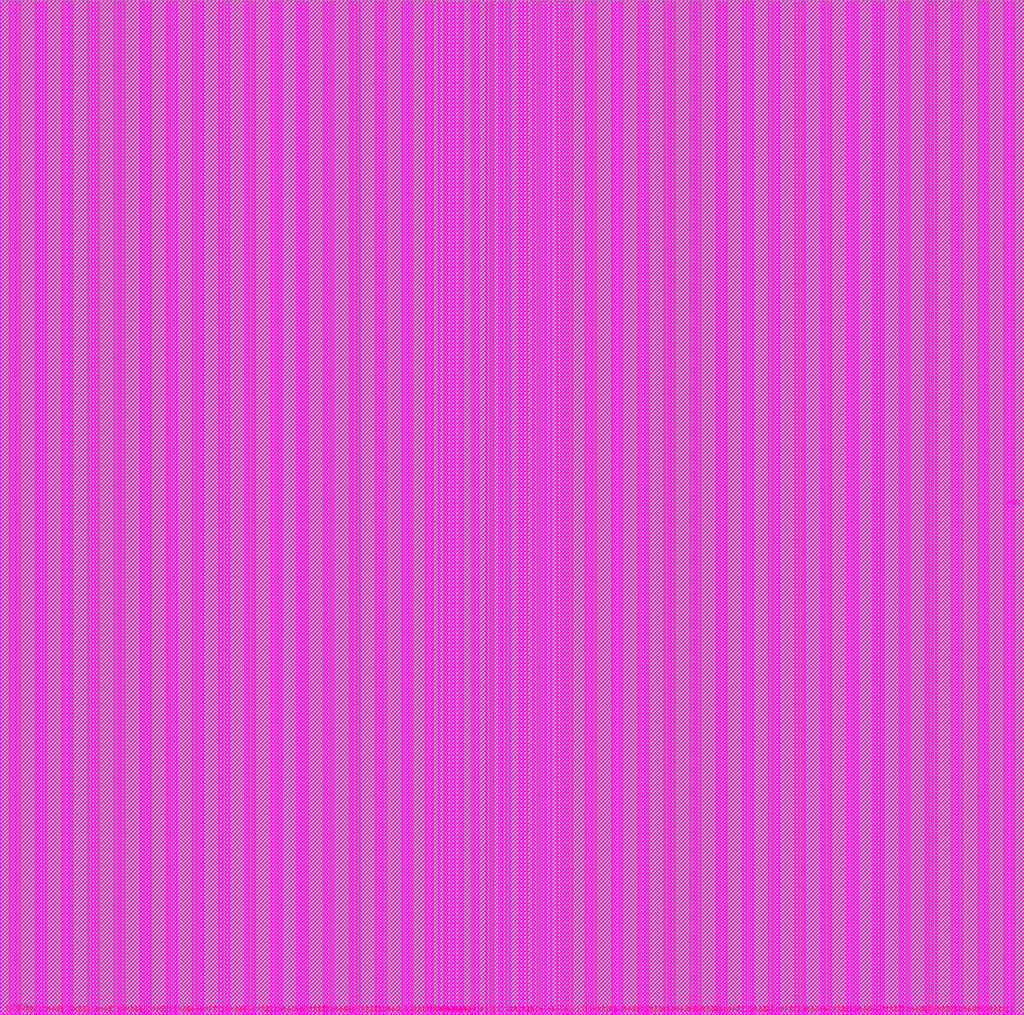
<source format=lef>
VERSION 5.6 ;
BUSBITCHARS "[]" ;
DIVIDERCHAR "/" ;
#
#   MOL INFORMATION (TECH)
#       SCHEMA : 02/05/08 (V=107)
#       CARD   : 07/07/20 (V=1)
#
#
#   MOL INFORMATION (PC)
#       SCHEMA : 02/05/08 (V=107)
#       CARD   : 19/11/25 (V=1)
#
#MACRO SECTION
  MACRO RAM16384X32
    CLASS BLOCK ;
    FOREIGN RAM16384X32  0.000 0.000 ;
    SIZE 560.730 BY 555.920 ;
    SYMMETRY R90 X Y ;
    PIN FO[5]
      DIRECTION INPUT ;
      USE SIGNAL ;
      ANTENNADIFFAREA 0.048 ;
      PORT
          LAYER MET3 ;
          RECT 246.600 0.000 246.700 0.380 ;
          LAYER MET2 ;
          RECT 246.600 0.000 246.700 0.380 ;
      END
    END FO[5]
    PIN FO[4]
      DIRECTION INPUT ;
      USE SIGNAL ;
      ANTENNADIFFAREA 0.048 ;
      PORT
          LAYER MET3 ;
          RECT 246.200 0.000 246.300 0.380 ;
          LAYER MET2 ;
          RECT 246.200 0.000 246.300 0.380 ;
      END
    END FO[4]
    PIN FO[3]
      DIRECTION INPUT ;
      USE SIGNAL ;
      ANTENNADIFFAREA 0.048 ;
      PORT
          LAYER MET3 ;
          RECT 242.040 0.000 242.140 0.380 ;
          LAYER MET2 ;
          RECT 242.040 0.000 242.140 0.380 ;
      END
    END FO[3]
    PIN FO[2]
      DIRECTION INPUT ;
      USE SIGNAL ;
      ANTENNADIFFAREA 0.048 ;
      PORT
          LAYER MET3 ;
          RECT 241.640 0.000 241.740 0.380 ;
          LAYER MET2 ;
          RECT 241.640 0.000 241.740 0.380 ;
      END
    END FO[2]
    PIN FO[1]
      DIRECTION INPUT ;
      USE SIGNAL ;
      ANTENNADIFFAREA 0.048 ;
      PORT
          LAYER MET3 ;
          RECT 237.480 0.000 237.580 0.380 ;
          LAYER MET2 ;
          RECT 237.480 0.000 237.580 0.380 ;
      END
    END FO[1]
    PIN FO[0]
      DIRECTION INPUT ;
      USE SIGNAL ;
      ANTENNADIFFAREA 0.048 ;
      PORT
          LAYER MET3 ;
          RECT 237.080 0.000 237.180 0.380 ;
          LAYER MET2 ;
          RECT 237.080 0.000 237.180 0.380 ;
      END
    END FO[0]
    PIN IA[13]
      DIRECTION INPUT ;
      USE SIGNAL ;
      ANTENNADIFFAREA 0.048 ;
      PORT
          LAYER MET3 ;
          RECT 278.520 0.000 278.620 0.380 ;
          LAYER MET2 ;
          RECT 278.520 0.000 278.620 0.380 ;
      END
    END IA[13]
    PIN IA[12]
      DIRECTION INPUT ;
      USE SIGNAL ;
      ANTENNADIFFAREA 0.048 ;
      PORT
          LAYER MET3 ;
          RECT 237.880 0.000 237.980 0.380 ;
          LAYER MET2 ;
          RECT 237.880 0.000 237.980 0.380 ;
      END
    END IA[12]
    PIN IA[11]
      DIRECTION INPUT ;
      USE SIGNAL ;
      ANTENNADIFFAREA 0.048 ;
      PORT
          LAYER MET3 ;
          RECT 242.440 0.000 242.540 0.380 ;
          LAYER MET2 ;
          RECT 242.440 0.000 242.540 0.380 ;
      END
    END IA[11]
    PIN IA[10]
      DIRECTION INPUT ;
      USE SIGNAL ;
      ANTENNADIFFAREA 0.048 ;
      PORT
          LAYER MET3 ;
          RECT 247.000 0.000 247.100 0.380 ;
          LAYER MET2 ;
          RECT 247.000 0.000 247.100 0.380 ;
      END
    END IA[10]
    PIN IA[9]
      DIRECTION INPUT ;
      USE SIGNAL ;
      ANTENNADIFFAREA 0.048 ;
      PORT
          LAYER MET3 ;
          RECT 251.560 0.000 251.660 0.380 ;
          LAYER MET2 ;
          RECT 251.560 0.000 251.660 0.380 ;
      END
    END IA[9]
    PIN IA[8]
      DIRECTION INPUT ;
      USE SIGNAL ;
      ANTENNADIFFAREA 0.048 ;
      PORT
          LAYER MET3 ;
          RECT 256.120 0.000 256.220 0.380 ;
          LAYER MET2 ;
          RECT 256.120 0.000 256.220 0.380 ;
      END
    END IA[8]
    PIN IA[7]
      DIRECTION INPUT ;
      USE SIGNAL ;
      ANTENNADIFFAREA 0.048 ;
      PORT
          LAYER MET3 ;
          RECT 260.680 0.000 260.780 0.380 ;
          LAYER MET2 ;
          RECT 260.680 0.000 260.780 0.380 ;
      END
    END IA[7]
    PIN IA[6]
      DIRECTION INPUT ;
      USE SIGNAL ;
      ANTENNADIFFAREA 0.048 ;
      PORT
          LAYER MET3 ;
          RECT 278.920 0.000 279.020 0.380 ;
          LAYER MET2 ;
          RECT 278.920 0.000 279.020 0.380 ;
      END
    END IA[6]
    PIN IA[5]
      DIRECTION INPUT ;
      USE SIGNAL ;
      ANTENNADIFFAREA 0.048 ;
      PORT
          LAYER MET3 ;
          RECT 283.480 0.000 283.580 0.380 ;
          LAYER MET2 ;
          RECT 283.480 0.000 283.580 0.380 ;
      END
    END IA[5]
    PIN IA[4]
      DIRECTION INPUT ;
      USE SIGNAL ;
      ANTENNADIFFAREA 0.048 ;
      PORT
          LAYER MET3 ;
          RECT 288.040 0.000 288.140 0.380 ;
          LAYER MET2 ;
          RECT 288.040 0.000 288.140 0.380 ;
      END
    END IA[4]
    PIN IA[3]
      DIRECTION INPUT ;
      USE SIGNAL ;
      ANTENNADIFFAREA 0.048 ;
      PORT
          LAYER MET3 ;
          RECT 292.600 0.000 292.700 0.380 ;
          LAYER MET2 ;
          RECT 292.600 0.000 292.700 0.380 ;
      END
    END IA[3]
    PIN IA[2]
      DIRECTION INPUT ;
      USE SIGNAL ;
      ANTENNADIFFAREA 0.048 ;
      PORT
          LAYER MET3 ;
          RECT 297.160 0.000 297.260 0.380 ;
          LAYER MET2 ;
          RECT 297.160 0.000 297.260 0.380 ;
      END
    END IA[2]
    PIN IA[1]
      DIRECTION INPUT ;
      USE SIGNAL ;
      ANTENNADIFFAREA 0.048 ;
      PORT
          LAYER MET3 ;
          RECT 301.720 0.000 301.820 0.380 ;
          LAYER MET2 ;
          RECT 301.720 0.000 301.820 0.380 ;
      END
    END IA[1]
    PIN IA[0]
      DIRECTION INPUT ;
      USE SIGNAL ;
      ANTENNADIFFAREA 0.048 ;
      PORT
          LAYER MET3 ;
          RECT 306.280 0.000 306.380 0.380 ;
          LAYER MET2 ;
          RECT 306.280 0.000 306.380 0.380 ;
      END
    END IA[0]
    PIN SLP
      DIRECTION INPUT ;
      USE SIGNAL ;
      ANTENNADIFFAREA 0.048 ;
      PORT
          LAYER MET3 ;
          RECT 276.510 0.000 276.610 0.380 ;
          LAYER MET2 ;
          RECT 276.510 0.000 276.610 0.380 ;
      END
    END SLP
    PIN WE
      DIRECTION INPUT ;
      USE SIGNAL ;
      ANTENNADIFFAREA 0.048 ;
      PORT
          LAYER MET3 ;
          RECT 265.240 0.000 265.340 0.380 ;
          LAYER MET2 ;
          RECT 265.240 0.000 265.340 0.380 ;
      END
    END WE
    PIN CE
      DIRECTION INPUT ;
      USE SIGNAL ;
      ANTENNADIFFAREA 0.048 ;
      PORT
          LAYER MET3 ;
          RECT 269.800 0.000 269.900 0.380 ;
          LAYER MET2 ;
          RECT 269.800 0.000 269.900 0.380 ;
      END
    END CE
    PIN CK
      DIRECTION INPUT ;
      USE SIGNAL ;
      ANTENNADIFFAREA 0.048 ;
      PORT
          LAYER MET3 ;
          RECT 274.055 0.000 274.155 0.380 ;
          LAYER MET2 ;
          RECT 274.055 0.000 274.155 0.380 ;
      END
    END CK
    PIN A[31]
      DIRECTION OUTPUT ;
      USE SIGNAL ;
      ANTENNADIFFAREA 0.048 ;
      PORT
          LAYER MET3 ;
          RECT 544.025 0.000 544.125 0.380 ;
          LAYER MET2 ;
          RECT 544.025 0.000 544.125 0.380 ;
      END
    END A[31]
    PIN DM[31]
      DIRECTION INPUT ;
      USE SIGNAL ;
      ANTENNADIFFAREA 0.048 ;
      PORT
          LAYER MET3 ;
          RECT 539.265 0.000 539.365 0.380 ;
          LAYER MET2 ;
          RECT 539.265 0.000 539.365 0.380 ;
      END
    END DM[31]
    PIN I[31]
      DIRECTION INPUT ;
      USE SIGNAL ;
      ANTENNADIFFAREA 0.048 ;
      PORT
          LAYER MET3 ;
          RECT 532.545 0.000 532.645 0.380 ;
          LAYER MET2 ;
          RECT 532.545 0.000 532.645 0.380 ;
      END
    END I[31]
    PIN A[30]
      DIRECTION OUTPUT ;
      USE SIGNAL ;
      ANTENNADIFFAREA 0.048 ;
      PORT
          LAYER MET3 ;
          RECT 529.705 0.000 529.805 0.380 ;
          LAYER MET2 ;
          RECT 529.705 0.000 529.805 0.380 ;
      END
    END A[30]
    PIN DM[30]
      DIRECTION INPUT ;
      USE SIGNAL ;
      ANTENNADIFFAREA 0.048 ;
      PORT
          LAYER MET3 ;
          RECT 524.945 0.000 525.045 0.380 ;
          LAYER MET2 ;
          RECT 524.945 0.000 525.045 0.380 ;
      END
    END DM[30]
    PIN I[30]
      DIRECTION INPUT ;
      USE SIGNAL ;
      ANTENNADIFFAREA 0.048 ;
      PORT
          LAYER MET3 ;
          RECT 518.225 0.000 518.325 0.380 ;
          LAYER MET2 ;
          RECT 518.225 0.000 518.325 0.380 ;
      END
    END I[30]
    PIN A[29]
      DIRECTION OUTPUT ;
      USE SIGNAL ;
      ANTENNADIFFAREA 0.048 ;
      PORT
          LAYER MET3 ;
          RECT 515.385 0.000 515.485 0.380 ;
          LAYER MET2 ;
          RECT 515.385 0.000 515.485 0.380 ;
      END
    END A[29]
    PIN DM[29]
      DIRECTION INPUT ;
      USE SIGNAL ;
      ANTENNADIFFAREA 0.048 ;
      PORT
          LAYER MET3 ;
          RECT 510.625 0.000 510.725 0.380 ;
          LAYER MET2 ;
          RECT 510.625 0.000 510.725 0.380 ;
      END
    END DM[29]
    PIN I[29]
      DIRECTION INPUT ;
      USE SIGNAL ;
      ANTENNADIFFAREA 0.048 ;
      PORT
          LAYER MET3 ;
          RECT 503.905 0.000 504.005 0.380 ;
          LAYER MET2 ;
          RECT 503.905 0.000 504.005 0.380 ;
      END
    END I[29]
    PIN A[28]
      DIRECTION OUTPUT ;
      USE SIGNAL ;
      ANTENNADIFFAREA 0.048 ;
      PORT
          LAYER MET3 ;
          RECT 501.065 0.000 501.165 0.380 ;
          LAYER MET2 ;
          RECT 501.065 0.000 501.165 0.380 ;
      END
    END A[28]
    PIN DM[28]
      DIRECTION INPUT ;
      USE SIGNAL ;
      ANTENNADIFFAREA 0.048 ;
      PORT
          LAYER MET3 ;
          RECT 496.305 0.000 496.405 0.380 ;
          LAYER MET2 ;
          RECT 496.305 0.000 496.405 0.380 ;
      END
    END DM[28]
    PIN I[28]
      DIRECTION INPUT ;
      USE SIGNAL ;
      ANTENNADIFFAREA 0.048 ;
      PORT
          LAYER MET3 ;
          RECT 489.585 0.000 489.685 0.380 ;
          LAYER MET2 ;
          RECT 489.585 0.000 489.685 0.380 ;
      END
    END I[28]
    PIN A[27]
      DIRECTION OUTPUT ;
      USE SIGNAL ;
      ANTENNADIFFAREA 0.048 ;
      PORT
          LAYER MET3 ;
          RECT 486.745 0.000 486.845 0.380 ;
          LAYER MET2 ;
          RECT 486.745 0.000 486.845 0.380 ;
      END
    END A[27]
    PIN DM[27]
      DIRECTION INPUT ;
      USE SIGNAL ;
      ANTENNADIFFAREA 0.048 ;
      PORT
          LAYER MET3 ;
          RECT 481.985 0.000 482.085 0.380 ;
          LAYER MET2 ;
          RECT 481.985 0.000 482.085 0.380 ;
      END
    END DM[27]
    PIN I[27]
      DIRECTION INPUT ;
      USE SIGNAL ;
      ANTENNADIFFAREA 0.048 ;
      PORT
          LAYER MET3 ;
          RECT 475.265 0.000 475.365 0.380 ;
          LAYER MET2 ;
          RECT 475.265 0.000 475.365 0.380 ;
      END
    END I[27]
    PIN A[26]
      DIRECTION OUTPUT ;
      USE SIGNAL ;
      ANTENNADIFFAREA 0.048 ;
      PORT
          LAYER MET3 ;
          RECT 472.425 0.000 472.525 0.380 ;
          LAYER MET2 ;
          RECT 472.425 0.000 472.525 0.380 ;
      END
    END A[26]
    PIN DM[26]
      DIRECTION INPUT ;
      USE SIGNAL ;
      ANTENNADIFFAREA 0.048 ;
      PORT
          LAYER MET3 ;
          RECT 467.665 0.000 467.765 0.380 ;
          LAYER MET2 ;
          RECT 467.665 0.000 467.765 0.380 ;
      END
    END DM[26]
    PIN I[26]
      DIRECTION INPUT ;
      USE SIGNAL ;
      ANTENNADIFFAREA 0.048 ;
      PORT
          LAYER MET3 ;
          RECT 460.945 0.000 461.045 0.380 ;
          LAYER MET2 ;
          RECT 460.945 0.000 461.045 0.380 ;
      END
    END I[26]
    PIN A[25]
      DIRECTION OUTPUT ;
      USE SIGNAL ;
      ANTENNADIFFAREA 0.048 ;
      PORT
          LAYER MET3 ;
          RECT 458.105 0.000 458.205 0.380 ;
          LAYER MET2 ;
          RECT 458.105 0.000 458.205 0.380 ;
      END
    END A[25]
    PIN DM[25]
      DIRECTION INPUT ;
      USE SIGNAL ;
      ANTENNADIFFAREA 0.048 ;
      PORT
          LAYER MET3 ;
          RECT 453.345 0.000 453.445 0.380 ;
          LAYER MET2 ;
          RECT 453.345 0.000 453.445 0.380 ;
      END
    END DM[25]
    PIN I[25]
      DIRECTION INPUT ;
      USE SIGNAL ;
      ANTENNADIFFAREA 0.048 ;
      PORT
          LAYER MET3 ;
          RECT 446.625 0.000 446.725 0.380 ;
          LAYER MET2 ;
          RECT 446.625 0.000 446.725 0.380 ;
      END
    END I[25]
    PIN A[24]
      DIRECTION OUTPUT ;
      USE SIGNAL ;
      ANTENNADIFFAREA 0.048 ;
      PORT
          LAYER MET3 ;
          RECT 443.785 0.000 443.885 0.380 ;
          LAYER MET2 ;
          RECT 443.785 0.000 443.885 0.380 ;
      END
    END A[24]
    PIN DM[24]
      DIRECTION INPUT ;
      USE SIGNAL ;
      ANTENNADIFFAREA 0.048 ;
      PORT
          LAYER MET3 ;
          RECT 439.025 0.000 439.125 0.380 ;
          LAYER MET2 ;
          RECT 439.025 0.000 439.125 0.380 ;
      END
    END DM[24]
    PIN I[24]
      DIRECTION INPUT ;
      USE SIGNAL ;
      ANTENNADIFFAREA 0.048 ;
      PORT
          LAYER MET3 ;
          RECT 432.305 0.000 432.405 0.380 ;
          LAYER MET2 ;
          RECT 432.305 0.000 432.405 0.380 ;
      END
    END I[24]
    PIN A[23]
      DIRECTION OUTPUT ;
      USE SIGNAL ;
      ANTENNADIFFAREA 0.048 ;
      PORT
          LAYER MET3 ;
          RECT 429.465 0.000 429.565 0.380 ;
          LAYER MET2 ;
          RECT 429.465 0.000 429.565 0.380 ;
      END
    END A[23]
    PIN DM[23]
      DIRECTION INPUT ;
      USE SIGNAL ;
      ANTENNADIFFAREA 0.048 ;
      PORT
          LAYER MET3 ;
          RECT 424.705 0.000 424.805 0.380 ;
          LAYER MET2 ;
          RECT 424.705 0.000 424.805 0.380 ;
      END
    END DM[23]
    PIN I[23]
      DIRECTION INPUT ;
      USE SIGNAL ;
      ANTENNADIFFAREA 0.048 ;
      PORT
          LAYER MET3 ;
          RECT 417.985 0.000 418.085 0.380 ;
          LAYER MET2 ;
          RECT 417.985 0.000 418.085 0.380 ;
      END
    END I[23]
    PIN A[22]
      DIRECTION OUTPUT ;
      USE SIGNAL ;
      ANTENNADIFFAREA 0.048 ;
      PORT
          LAYER MET3 ;
          RECT 415.145 0.000 415.245 0.380 ;
          LAYER MET2 ;
          RECT 415.145 0.000 415.245 0.380 ;
      END
    END A[22]
    PIN DM[22]
      DIRECTION INPUT ;
      USE SIGNAL ;
      ANTENNADIFFAREA 0.048 ;
      PORT
          LAYER MET3 ;
          RECT 410.385 0.000 410.485 0.380 ;
          LAYER MET2 ;
          RECT 410.385 0.000 410.485 0.380 ;
      END
    END DM[22]
    PIN I[22]
      DIRECTION INPUT ;
      USE SIGNAL ;
      ANTENNADIFFAREA 0.048 ;
      PORT
          LAYER MET3 ;
          RECT 403.665 0.000 403.765 0.380 ;
          LAYER MET2 ;
          RECT 403.665 0.000 403.765 0.380 ;
      END
    END I[22]
    PIN A[21]
      DIRECTION OUTPUT ;
      USE SIGNAL ;
      ANTENNADIFFAREA 0.048 ;
      PORT
          LAYER MET3 ;
          RECT 400.825 0.000 400.925 0.380 ;
          LAYER MET2 ;
          RECT 400.825 0.000 400.925 0.380 ;
      END
    END A[21]
    PIN DM[21]
      DIRECTION INPUT ;
      USE SIGNAL ;
      ANTENNADIFFAREA 0.048 ;
      PORT
          LAYER MET3 ;
          RECT 396.065 0.000 396.165 0.380 ;
          LAYER MET2 ;
          RECT 396.065 0.000 396.165 0.380 ;
      END
    END DM[21]
    PIN I[21]
      DIRECTION INPUT ;
      USE SIGNAL ;
      ANTENNADIFFAREA 0.048 ;
      PORT
          LAYER MET3 ;
          RECT 389.345 0.000 389.445 0.380 ;
          LAYER MET2 ;
          RECT 389.345 0.000 389.445 0.380 ;
      END
    END I[21]
    PIN A[20]
      DIRECTION OUTPUT ;
      USE SIGNAL ;
      ANTENNADIFFAREA 0.048 ;
      PORT
          LAYER MET3 ;
          RECT 386.505 0.000 386.605 0.380 ;
          LAYER MET2 ;
          RECT 386.505 0.000 386.605 0.380 ;
      END
    END A[20]
    PIN DM[20]
      DIRECTION INPUT ;
      USE SIGNAL ;
      ANTENNADIFFAREA 0.048 ;
      PORT
          LAYER MET3 ;
          RECT 381.745 0.000 381.845 0.380 ;
          LAYER MET2 ;
          RECT 381.745 0.000 381.845 0.380 ;
      END
    END DM[20]
    PIN I[20]
      DIRECTION INPUT ;
      USE SIGNAL ;
      ANTENNADIFFAREA 0.048 ;
      PORT
          LAYER MET3 ;
          RECT 375.025 0.000 375.125 0.380 ;
          LAYER MET2 ;
          RECT 375.025 0.000 375.125 0.380 ;
      END
    END I[20]
    PIN A[19]
      DIRECTION OUTPUT ;
      USE SIGNAL ;
      ANTENNADIFFAREA 0.048 ;
      PORT
          LAYER MET3 ;
          RECT 372.185 0.000 372.285 0.380 ;
          LAYER MET2 ;
          RECT 372.185 0.000 372.285 0.380 ;
      END
    END A[19]
    PIN DM[19]
      DIRECTION INPUT ;
      USE SIGNAL ;
      ANTENNADIFFAREA 0.048 ;
      PORT
          LAYER MET3 ;
          RECT 367.425 0.000 367.525 0.380 ;
          LAYER MET2 ;
          RECT 367.425 0.000 367.525 0.380 ;
      END
    END DM[19]
    PIN I[19]
      DIRECTION INPUT ;
      USE SIGNAL ;
      ANTENNADIFFAREA 0.048 ;
      PORT
          LAYER MET3 ;
          RECT 360.705 0.000 360.805 0.380 ;
          LAYER MET2 ;
          RECT 360.705 0.000 360.805 0.380 ;
      END
    END I[19]
    PIN A[18]
      DIRECTION OUTPUT ;
      USE SIGNAL ;
      ANTENNADIFFAREA 0.048 ;
      PORT
          LAYER MET3 ;
          RECT 357.865 0.000 357.965 0.380 ;
          LAYER MET2 ;
          RECT 357.865 0.000 357.965 0.380 ;
      END
    END A[18]
    PIN DM[18]
      DIRECTION INPUT ;
      USE SIGNAL ;
      ANTENNADIFFAREA 0.048 ;
      PORT
          LAYER MET3 ;
          RECT 353.105 0.000 353.205 0.380 ;
          LAYER MET2 ;
          RECT 353.105 0.000 353.205 0.380 ;
      END
    END DM[18]
    PIN I[18]
      DIRECTION INPUT ;
      USE SIGNAL ;
      ANTENNADIFFAREA 0.048 ;
      PORT
          LAYER MET3 ;
          RECT 346.385 0.000 346.485 0.380 ;
          LAYER MET2 ;
          RECT 346.385 0.000 346.485 0.380 ;
      END
    END I[18]
    PIN A[17]
      DIRECTION OUTPUT ;
      USE SIGNAL ;
      ANTENNADIFFAREA 0.048 ;
      PORT
          LAYER MET3 ;
          RECT 343.545 0.000 343.645 0.380 ;
          LAYER MET2 ;
          RECT 343.545 0.000 343.645 0.380 ;
      END
    END A[17]
    PIN DM[17]
      DIRECTION INPUT ;
      USE SIGNAL ;
      ANTENNADIFFAREA 0.048 ;
      PORT
          LAYER MET3 ;
          RECT 338.785 0.000 338.885 0.380 ;
          LAYER MET2 ;
          RECT 338.785 0.000 338.885 0.380 ;
      END
    END DM[17]
    PIN I[17]
      DIRECTION INPUT ;
      USE SIGNAL ;
      ANTENNADIFFAREA 0.048 ;
      PORT
          LAYER MET3 ;
          RECT 332.065 0.000 332.165 0.380 ;
          LAYER MET2 ;
          RECT 332.065 0.000 332.165 0.380 ;
      END
    END I[17]
    PIN A[16]
      DIRECTION OUTPUT ;
      USE SIGNAL ;
      ANTENNADIFFAREA 0.048 ;
      PORT
          LAYER MET3 ;
          RECT 329.225 0.000 329.325 0.380 ;
          LAYER MET2 ;
          RECT 329.225 0.000 329.325 0.380 ;
      END
    END A[16]
    PIN DM[16]
      DIRECTION INPUT ;
      USE SIGNAL ;
      ANTENNADIFFAREA 0.048 ;
      PORT
          LAYER MET3 ;
          RECT 324.465 0.000 324.565 0.380 ;
          LAYER MET2 ;
          RECT 324.465 0.000 324.565 0.380 ;
      END
    END DM[16]
    PIN I[16]
      DIRECTION INPUT ;
      USE SIGNAL ;
      ANTENNADIFFAREA 0.048 ;
      PORT
          LAYER MET3 ;
          RECT 317.745 0.000 317.845 0.380 ;
          LAYER MET2 ;
          RECT 317.745 0.000 317.845 0.380 ;
      END
    END I[16]
    PIN A[15]
      DIRECTION OUTPUT ;
      USE SIGNAL ;
      ANTENNADIFFAREA 0.048 ;
      PORT
          LAYER MET3 ;
          RECT 228.525 0.000 228.625 0.380 ;
          LAYER MET2 ;
          RECT 228.525 0.000 228.625 0.380 ;
      END
    END A[15]
    PIN DM[15]
      DIRECTION INPUT ;
      USE SIGNAL ;
      ANTENNADIFFAREA 0.048 ;
      PORT
          LAYER MET3 ;
          RECT 223.765 0.000 223.865 0.380 ;
          LAYER MET2 ;
          RECT 223.765 0.000 223.865 0.380 ;
      END
    END DM[15]
    PIN I[15]
      DIRECTION INPUT ;
      USE SIGNAL ;
      ANTENNADIFFAREA 0.048 ;
      PORT
          LAYER MET3 ;
          RECT 217.045 0.000 217.145 0.380 ;
          LAYER MET2 ;
          RECT 217.045 0.000 217.145 0.380 ;
      END
    END I[15]
    PIN A[14]
      DIRECTION OUTPUT ;
      USE SIGNAL ;
      ANTENNADIFFAREA 0.048 ;
      PORT
          LAYER MET3 ;
          RECT 214.205 0.000 214.305 0.380 ;
          LAYER MET2 ;
          RECT 214.205 0.000 214.305 0.380 ;
      END
    END A[14]
    PIN DM[14]
      DIRECTION INPUT ;
      USE SIGNAL ;
      ANTENNADIFFAREA 0.048 ;
      PORT
          LAYER MET3 ;
          RECT 209.445 0.000 209.545 0.380 ;
          LAYER MET2 ;
          RECT 209.445 0.000 209.545 0.380 ;
      END
    END DM[14]
    PIN I[14]
      DIRECTION INPUT ;
      USE SIGNAL ;
      ANTENNADIFFAREA 0.048 ;
      PORT
          LAYER MET3 ;
          RECT 202.725 0.000 202.825 0.380 ;
          LAYER MET2 ;
          RECT 202.725 0.000 202.825 0.380 ;
      END
    END I[14]
    PIN A[13]
      DIRECTION OUTPUT ;
      USE SIGNAL ;
      ANTENNADIFFAREA 0.048 ;
      PORT
          LAYER MET3 ;
          RECT 199.885 0.000 199.985 0.380 ;
          LAYER MET2 ;
          RECT 199.885 0.000 199.985 0.380 ;
      END
    END A[13]
    PIN DM[13]
      DIRECTION INPUT ;
      USE SIGNAL ;
      ANTENNADIFFAREA 0.048 ;
      PORT
          LAYER MET3 ;
          RECT 195.125 0.000 195.225 0.380 ;
          LAYER MET2 ;
          RECT 195.125 0.000 195.225 0.380 ;
      END
    END DM[13]
    PIN I[13]
      DIRECTION INPUT ;
      USE SIGNAL ;
      ANTENNADIFFAREA 0.048 ;
      PORT
          LAYER MET3 ;
          RECT 188.405 0.000 188.505 0.380 ;
          LAYER MET2 ;
          RECT 188.405 0.000 188.505 0.380 ;
      END
    END I[13]
    PIN A[12]
      DIRECTION OUTPUT ;
      USE SIGNAL ;
      ANTENNADIFFAREA 0.048 ;
      PORT
          LAYER MET3 ;
          RECT 185.565 0.000 185.665 0.380 ;
          LAYER MET2 ;
          RECT 185.565 0.000 185.665 0.380 ;
      END
    END A[12]
    PIN DM[12]
      DIRECTION INPUT ;
      USE SIGNAL ;
      ANTENNADIFFAREA 0.048 ;
      PORT
          LAYER MET3 ;
          RECT 180.805 0.000 180.905 0.380 ;
          LAYER MET2 ;
          RECT 180.805 0.000 180.905 0.380 ;
      END
    END DM[12]
    PIN I[12]
      DIRECTION INPUT ;
      USE SIGNAL ;
      ANTENNADIFFAREA 0.048 ;
      PORT
          LAYER MET3 ;
          RECT 174.085 0.000 174.185 0.380 ;
          LAYER MET2 ;
          RECT 174.085 0.000 174.185 0.380 ;
      END
    END I[12]
    PIN A[11]
      DIRECTION OUTPUT ;
      USE SIGNAL ;
      ANTENNADIFFAREA 0.048 ;
      PORT
          LAYER MET3 ;
          RECT 171.245 0.000 171.345 0.380 ;
          LAYER MET2 ;
          RECT 171.245 0.000 171.345 0.380 ;
      END
    END A[11]
    PIN DM[11]
      DIRECTION INPUT ;
      USE SIGNAL ;
      ANTENNADIFFAREA 0.048 ;
      PORT
          LAYER MET3 ;
          RECT 166.485 0.000 166.585 0.380 ;
          LAYER MET2 ;
          RECT 166.485 0.000 166.585 0.380 ;
      END
    END DM[11]
    PIN I[11]
      DIRECTION INPUT ;
      USE SIGNAL ;
      ANTENNADIFFAREA 0.048 ;
      PORT
          LAYER MET3 ;
          RECT 159.765 0.000 159.865 0.380 ;
          LAYER MET2 ;
          RECT 159.765 0.000 159.865 0.380 ;
      END
    END I[11]
    PIN A[10]
      DIRECTION OUTPUT ;
      USE SIGNAL ;
      ANTENNADIFFAREA 0.048 ;
      PORT
          LAYER MET3 ;
          RECT 156.925 0.000 157.025 0.380 ;
          LAYER MET2 ;
          RECT 156.925 0.000 157.025 0.380 ;
      END
    END A[10]
    PIN DM[10]
      DIRECTION INPUT ;
      USE SIGNAL ;
      ANTENNADIFFAREA 0.048 ;
      PORT
          LAYER MET3 ;
          RECT 152.165 0.000 152.265 0.380 ;
          LAYER MET2 ;
          RECT 152.165 0.000 152.265 0.380 ;
      END
    END DM[10]
    PIN I[10]
      DIRECTION INPUT ;
      USE SIGNAL ;
      ANTENNADIFFAREA 0.048 ;
      PORT
          LAYER MET3 ;
          RECT 145.445 0.000 145.545 0.380 ;
          LAYER MET2 ;
          RECT 145.445 0.000 145.545 0.380 ;
      END
    END I[10]
    PIN A[9]
      DIRECTION OUTPUT ;
      USE SIGNAL ;
      ANTENNADIFFAREA 0.048 ;
      PORT
          LAYER MET3 ;
          RECT 142.605 0.000 142.705 0.380 ;
          LAYER MET2 ;
          RECT 142.605 0.000 142.705 0.380 ;
      END
    END A[9]
    PIN DM[9]
      DIRECTION INPUT ;
      USE SIGNAL ;
      ANTENNADIFFAREA 0.048 ;
      PORT
          LAYER MET3 ;
          RECT 137.845 0.000 137.945 0.380 ;
          LAYER MET2 ;
          RECT 137.845 0.000 137.945 0.380 ;
      END
    END DM[9]
    PIN I[9]
      DIRECTION INPUT ;
      USE SIGNAL ;
      ANTENNADIFFAREA 0.048 ;
      PORT
          LAYER MET3 ;
          RECT 131.125 0.000 131.225 0.380 ;
          LAYER MET2 ;
          RECT 131.125 0.000 131.225 0.380 ;
      END
    END I[9]
    PIN A[8]
      DIRECTION OUTPUT ;
      USE SIGNAL ;
      ANTENNADIFFAREA 0.048 ;
      PORT
          LAYER MET3 ;
          RECT 128.285 0.000 128.385 0.380 ;
          LAYER MET2 ;
          RECT 128.285 0.000 128.385 0.380 ;
      END
    END A[8]
    PIN DM[8]
      DIRECTION INPUT ;
      USE SIGNAL ;
      ANTENNADIFFAREA 0.048 ;
      PORT
          LAYER MET3 ;
          RECT 123.525 0.000 123.625 0.380 ;
          LAYER MET2 ;
          RECT 123.525 0.000 123.625 0.380 ;
      END
    END DM[8]
    PIN I[8]
      DIRECTION INPUT ;
      USE SIGNAL ;
      ANTENNADIFFAREA 0.048 ;
      PORT
          LAYER MET3 ;
          RECT 116.805 0.000 116.905 0.380 ;
          LAYER MET2 ;
          RECT 116.805 0.000 116.905 0.380 ;
      END
    END I[8]
    PIN A[7]
      DIRECTION OUTPUT ;
      USE SIGNAL ;
      ANTENNADIFFAREA 0.048 ;
      PORT
          LAYER MET3 ;
          RECT 113.965 0.000 114.065 0.380 ;
          LAYER MET2 ;
          RECT 113.965 0.000 114.065 0.380 ;
      END
    END A[7]
    PIN DM[7]
      DIRECTION INPUT ;
      USE SIGNAL ;
      ANTENNADIFFAREA 0.048 ;
      PORT
          LAYER MET3 ;
          RECT 109.205 0.000 109.305 0.380 ;
          LAYER MET2 ;
          RECT 109.205 0.000 109.305 0.380 ;
      END
    END DM[7]
    PIN I[7]
      DIRECTION INPUT ;
      USE SIGNAL ;
      ANTENNADIFFAREA 0.048 ;
      PORT
          LAYER MET3 ;
          RECT 102.485 0.000 102.585 0.380 ;
          LAYER MET2 ;
          RECT 102.485 0.000 102.585 0.380 ;
      END
    END I[7]
    PIN A[6]
      DIRECTION OUTPUT ;
      USE SIGNAL ;
      ANTENNADIFFAREA 0.048 ;
      PORT
          LAYER MET3 ;
          RECT 99.645 0.000 99.745 0.380 ;
          LAYER MET2 ;
          RECT 99.645 0.000 99.745 0.380 ;
      END
    END A[6]
    PIN DM[6]
      DIRECTION INPUT ;
      USE SIGNAL ;
      ANTENNADIFFAREA 0.048 ;
      PORT
          LAYER MET3 ;
          RECT 94.885 0.000 94.985 0.380 ;
          LAYER MET2 ;
          RECT 94.885 0.000 94.985 0.380 ;
      END
    END DM[6]
    PIN I[6]
      DIRECTION INPUT ;
      USE SIGNAL ;
      ANTENNADIFFAREA 0.048 ;
      PORT
          LAYER MET3 ;
          RECT 88.165 0.000 88.265 0.380 ;
          LAYER MET2 ;
          RECT 88.165 0.000 88.265 0.380 ;
      END
    END I[6]
    PIN A[5]
      DIRECTION OUTPUT ;
      USE SIGNAL ;
      ANTENNADIFFAREA 0.048 ;
      PORT
          LAYER MET3 ;
          RECT 85.325 0.000 85.425 0.380 ;
          LAYER MET2 ;
          RECT 85.325 0.000 85.425 0.380 ;
      END
    END A[5]
    PIN DM[5]
      DIRECTION INPUT ;
      USE SIGNAL ;
      ANTENNADIFFAREA 0.048 ;
      PORT
          LAYER MET3 ;
          RECT 80.565 0.000 80.665 0.380 ;
          LAYER MET2 ;
          RECT 80.565 0.000 80.665 0.380 ;
      END
    END DM[5]
    PIN I[5]
      DIRECTION INPUT ;
      USE SIGNAL ;
      ANTENNADIFFAREA 0.048 ;
      PORT
          LAYER MET3 ;
          RECT 73.845 0.000 73.945 0.380 ;
          LAYER MET2 ;
          RECT 73.845 0.000 73.945 0.380 ;
      END
    END I[5]
    PIN A[4]
      DIRECTION OUTPUT ;
      USE SIGNAL ;
      ANTENNADIFFAREA 0.048 ;
      PORT
          LAYER MET3 ;
          RECT 71.005 0.000 71.105 0.380 ;
          LAYER MET2 ;
          RECT 71.005 0.000 71.105 0.380 ;
      END
    END A[4]
    PIN DM[4]
      DIRECTION INPUT ;
      USE SIGNAL ;
      ANTENNADIFFAREA 0.048 ;
      PORT
          LAYER MET3 ;
          RECT 66.245 0.000 66.345 0.380 ;
          LAYER MET2 ;
          RECT 66.245 0.000 66.345 0.380 ;
      END
    END DM[4]
    PIN I[4]
      DIRECTION INPUT ;
      USE SIGNAL ;
      ANTENNADIFFAREA 0.048 ;
      PORT
          LAYER MET3 ;
          RECT 59.525 0.000 59.625 0.380 ;
          LAYER MET2 ;
          RECT 59.525 0.000 59.625 0.380 ;
      END
    END I[4]
    PIN A[3]
      DIRECTION OUTPUT ;
      USE SIGNAL ;
      ANTENNADIFFAREA 0.048 ;
      PORT
          LAYER MET3 ;
          RECT 56.685 0.000 56.785 0.380 ;
          LAYER MET2 ;
          RECT 56.685 0.000 56.785 0.380 ;
      END
    END A[3]
    PIN DM[3]
      DIRECTION INPUT ;
      USE SIGNAL ;
      ANTENNADIFFAREA 0.048 ;
      PORT
          LAYER MET3 ;
          RECT 51.925 0.000 52.025 0.380 ;
          LAYER MET2 ;
          RECT 51.925 0.000 52.025 0.380 ;
      END
    END DM[3]
    PIN I[3]
      DIRECTION INPUT ;
      USE SIGNAL ;
      ANTENNADIFFAREA 0.048 ;
      PORT
          LAYER MET3 ;
          RECT 45.205 0.000 45.305 0.380 ;
          LAYER MET2 ;
          RECT 45.205 0.000 45.305 0.380 ;
      END
    END I[3]
    PIN A[2]
      DIRECTION OUTPUT ;
      USE SIGNAL ;
      ANTENNADIFFAREA 0.048 ;
      PORT
          LAYER MET3 ;
          RECT 42.365 0.000 42.465 0.380 ;
          LAYER MET2 ;
          RECT 42.365 0.000 42.465 0.380 ;
      END
    END A[2]
    PIN DM[2]
      DIRECTION INPUT ;
      USE SIGNAL ;
      ANTENNADIFFAREA 0.048 ;
      PORT
          LAYER MET3 ;
          RECT 37.605 0.000 37.705 0.380 ;
          LAYER MET2 ;
          RECT 37.605 0.000 37.705 0.380 ;
      END
    END DM[2]
    PIN I[2]
      DIRECTION INPUT ;
      USE SIGNAL ;
      ANTENNADIFFAREA 0.048 ;
      PORT
          LAYER MET3 ;
          RECT 30.885 0.000 30.985 0.380 ;
          LAYER MET2 ;
          RECT 30.885 0.000 30.985 0.380 ;
      END
    END I[2]
    PIN A[1]
      DIRECTION OUTPUT ;
      USE SIGNAL ;
      ANTENNADIFFAREA 0.048 ;
      PORT
          LAYER MET3 ;
          RECT 28.045 0.000 28.145 0.380 ;
          LAYER MET2 ;
          RECT 28.045 0.000 28.145 0.380 ;
      END
    END A[1]
    PIN DM[1]
      DIRECTION INPUT ;
      USE SIGNAL ;
      ANTENNADIFFAREA 0.048 ;
      PORT
          LAYER MET3 ;
          RECT 23.285 0.000 23.385 0.380 ;
          LAYER MET2 ;
          RECT 23.285 0.000 23.385 0.380 ;
      END
    END DM[1]
    PIN I[1]
      DIRECTION INPUT ;
      USE SIGNAL ;
      ANTENNADIFFAREA 0.048 ;
      PORT
          LAYER MET3 ;
          RECT 16.565 0.000 16.665 0.380 ;
          LAYER MET2 ;
          RECT 16.565 0.000 16.665 0.380 ;
      END
    END I[1]
    PIN A[0]
      DIRECTION OUTPUT ;
      USE SIGNAL ;
      ANTENNADIFFAREA 0.048 ;
      PORT
          LAYER MET3 ;
          RECT 13.725 0.000 13.825 0.380 ;
          LAYER MET2 ;
          RECT 13.725 0.000 13.825 0.380 ;
      END
    END A[0]
    PIN DM[0]
      DIRECTION INPUT ;
      USE SIGNAL ;
      ANTENNADIFFAREA 0.048 ;
      PORT
          LAYER MET3 ;
          RECT 8.965 0.000 9.065 0.380 ;
          LAYER MET2 ;
          RECT 8.965 0.000 9.065 0.380 ;
      END
    END DM[0]
    PIN I[0]
      DIRECTION INPUT ;
      USE SIGNAL ;
      ANTENNADIFFAREA 0.048 ;
      PORT
          LAYER MET3 ;
          RECT 2.245 0.000 2.345 0.380 ;
          LAYER MET2 ;
          RECT 2.245 0.000 2.345 0.380 ;
      END
    END I[0]
    PIN VDD
      DIRECTION INOUT ;
      USE POWER ;
      SHAPE ABUTMENT ;
      PORT
          LAYER MET4 ;
          RECT 6.760 0.150 7.560 555.100 ;
          LAYER MET4 ;
          RECT 10.340 0.150 11.140 555.100 ;
          LAYER MET4 ;
          RECT 21.080 0.150 21.880 555.100 ;
          LAYER MET4 ;
          RECT 24.660 0.150 25.460 555.100 ;
          LAYER MET4 ;
          RECT 38.980 0.150 39.780 555.100 ;
          LAYER MET4 ;
          RECT 35.400 0.150 36.200 555.100 ;
          LAYER MET4 ;
          RECT 53.300 0.150 54.100 555.100 ;
          LAYER MET4 ;
          RECT 49.720 0.150 50.520 555.100 ;
          LAYER MET4 ;
          RECT 67.620 0.150 68.420 555.100 ;
          LAYER MET4 ;
          RECT 64.040 0.150 64.840 555.100 ;
          LAYER MET4 ;
          RECT 81.940 0.150 82.740 555.100 ;
          LAYER MET4 ;
          RECT 78.360 0.150 79.160 555.100 ;
          LAYER MET4 ;
          RECT 96.260 0.150 97.060 555.100 ;
          LAYER MET4 ;
          RECT 92.680 0.150 93.480 555.100 ;
          LAYER MET4 ;
          RECT 110.580 0.150 111.380 555.100 ;
          LAYER MET4 ;
          RECT 107.000 0.150 107.800 555.100 ;
          LAYER MET4 ;
          RECT 124.900 0.150 125.700 555.100 ;
          LAYER MET4 ;
          RECT 121.320 0.150 122.120 555.100 ;
          LAYER MET4 ;
          RECT 139.220 0.150 140.020 555.100 ;
          LAYER MET4 ;
          RECT 135.640 0.150 136.440 555.100 ;
          LAYER MET4 ;
          RECT 153.540 0.150 154.340 555.100 ;
          LAYER MET4 ;
          RECT 149.960 0.150 150.760 555.100 ;
          LAYER MET4 ;
          RECT 167.860 0.150 168.660 555.100 ;
          LAYER MET4 ;
          RECT 164.280 0.150 165.080 555.100 ;
          LAYER MET4 ;
          RECT 182.180 0.150 182.980 555.100 ;
          LAYER MET4 ;
          RECT 178.600 0.150 179.400 555.100 ;
          LAYER MET4 ;
          RECT 196.500 0.150 197.300 555.100 ;
          LAYER MET4 ;
          RECT 192.920 0.150 193.720 555.100 ;
          LAYER MET4 ;
          RECT 210.820 0.150 211.620 555.100 ;
          LAYER MET4 ;
          RECT 207.240 0.150 208.040 555.100 ;
          LAYER MET4 ;
          RECT 225.140 0.150 225.940 555.100 ;
          LAYER MET4 ;
          RECT 221.560 0.150 222.360 555.100 ;
          LAYER MET4 ;
          RECT 325.840 0.150 326.640 555.100 ;
          LAYER MET4 ;
          RECT 322.260 0.150 323.060 555.100 ;
          LAYER MET4 ;
          RECT 340.160 0.150 340.960 555.100 ;
          LAYER MET4 ;
          RECT 336.580 0.150 337.380 555.100 ;
          LAYER MET4 ;
          RECT 354.480 0.150 355.280 555.100 ;
          LAYER MET4 ;
          RECT 350.900 0.150 351.700 555.100 ;
          LAYER MET4 ;
          RECT 368.800 0.150 369.600 555.100 ;
          LAYER MET4 ;
          RECT 365.220 0.150 366.020 555.100 ;
          LAYER MET4 ;
          RECT 383.120 0.150 383.920 555.100 ;
          LAYER MET4 ;
          RECT 379.540 0.150 380.340 555.100 ;
          LAYER MET4 ;
          RECT 397.440 0.150 398.240 555.100 ;
          LAYER MET4 ;
          RECT 393.860 0.150 394.660 555.100 ;
          LAYER MET4 ;
          RECT 411.760 0.150 412.560 555.100 ;
          LAYER MET4 ;
          RECT 408.180 0.150 408.980 555.100 ;
          LAYER MET4 ;
          RECT 426.080 0.150 426.880 555.100 ;
          LAYER MET4 ;
          RECT 422.500 0.150 423.300 555.100 ;
          LAYER MET4 ;
          RECT 440.400 0.150 441.200 555.100 ;
          LAYER MET4 ;
          RECT 436.820 0.150 437.620 555.100 ;
          LAYER MET4 ;
          RECT 454.720 0.150 455.520 555.100 ;
          LAYER MET4 ;
          RECT 451.140 0.150 451.940 555.100 ;
          LAYER MET4 ;
          RECT 469.040 0.150 469.840 555.100 ;
          LAYER MET4 ;
          RECT 465.460 0.150 466.260 555.100 ;
          LAYER MET4 ;
          RECT 483.360 0.150 484.160 555.100 ;
          LAYER MET4 ;
          RECT 479.780 0.150 480.580 555.100 ;
          LAYER MET4 ;
          RECT 497.680 0.150 498.480 555.100 ;
          LAYER MET4 ;
          RECT 494.100 0.150 494.900 555.100 ;
          LAYER MET4 ;
          RECT 512.000 0.150 512.800 555.100 ;
          LAYER MET4 ;
          RECT 508.420 0.150 509.220 555.100 ;
          LAYER MET4 ;
          RECT 526.320 0.150 527.120 555.100 ;
          LAYER MET4 ;
          RECT 522.740 0.150 523.540 555.100 ;
          LAYER MET4 ;
          RECT 540.640 0.150 541.440 555.100 ;
          LAYER MET4 ;
          RECT 537.060 0.150 537.860 555.100 ;
          LAYER MET4 ;
          RECT 312.720 0.150 313.610 555.100 ;
          LAYER MET4 ;
          RECT 308.760 0.150 309.650 555.100 ;
          LAYER MET4 ;
          RECT 304.700 0.150 305.410 555.100 ;
          LAYER MET4 ;
          RECT 298.335 0.150 299.045 555.100 ;
          LAYER MET4 ;
          RECT 294.240 0.150 295.130 555.100 ;
          LAYER MET4 ;
          RECT 288.280 0.150 288.990 555.100 ;
          LAYER MET4 ;
          RECT 283.960 0.150 284.670 555.100 ;
          LAYER MET4 ;
          RECT 276.740 0.150 277.450 555.100 ;
          LAYER MET4 ;
          RECT 273.130 0.150 273.840 555.100 ;
          LAYER MET4 ;
          RECT 268.090 0.150 268.800 555.100 ;
          LAYER MET4 ;
          RECT 261.500 0.150 262.210 555.100 ;
          LAYER MET4 ;
          RECT 258.040 0.150 258.750 555.100 ;
          LAYER MET4 ;
          RECT 251.040 0.150 251.930 555.100 ;
          LAYER MET4 ;
          RECT 246.720 0.150 247.610 555.100 ;
          LAYER MET4 ;
          RECT 242.805 0.150 243.515 555.100 ;
          LAYER MET4 ;
          RECT 236.380 0.150 237.270 555.100 ;
          LAYER MET4 ;
          RECT 232.800 0.150 233.690 555.100 ;
          LAYER MET4 ;
          RECT 554.960 0.150 555.760 555.100 ;
          LAYER MET4 ;
          RECT 551.380 0.150 552.180 555.100 ;
      END
    END VDD
    PIN VSS
      DIRECTION INOUT ;
      USE GROUND ;
      SHAPE ABUTMENT ;
      PORT
          LAYER MET4 ;
          RECT 4.970 0.150 5.770 555.100 ;
          LAYER MET4 ;
          RECT 8.550 0.150 9.350 555.100 ;
          LAYER MET4 ;
          RECT 19.290 0.150 20.090 555.100 ;
          LAYER MET4 ;
          RECT 22.870 0.150 23.670 555.100 ;
          LAYER MET4 ;
          RECT 37.190 0.150 37.990 555.100 ;
          LAYER MET4 ;
          RECT 33.610 0.150 34.410 555.100 ;
          LAYER MET4 ;
          RECT 51.510 0.150 52.310 555.100 ;
          LAYER MET4 ;
          RECT 47.930 0.150 48.730 555.100 ;
          LAYER MET4 ;
          RECT 65.830 0.150 66.630 555.100 ;
          LAYER MET4 ;
          RECT 62.250 0.150 63.050 555.100 ;
          LAYER MET4 ;
          RECT 80.150 0.150 80.950 555.100 ;
          LAYER MET4 ;
          RECT 76.570 0.150 77.370 555.100 ;
          LAYER MET4 ;
          RECT 94.470 0.150 95.270 555.100 ;
          LAYER MET4 ;
          RECT 90.890 0.150 91.690 555.100 ;
          LAYER MET4 ;
          RECT 108.790 0.150 109.590 555.100 ;
          LAYER MET4 ;
          RECT 105.210 0.150 106.010 555.100 ;
          LAYER MET4 ;
          RECT 123.110 0.150 123.910 555.100 ;
          LAYER MET4 ;
          RECT 119.530 0.150 120.330 555.100 ;
          LAYER MET4 ;
          RECT 137.430 0.150 138.230 555.100 ;
          LAYER MET4 ;
          RECT 133.850 0.150 134.650 555.100 ;
          LAYER MET4 ;
          RECT 151.750 0.150 152.550 555.100 ;
          LAYER MET4 ;
          RECT 148.170 0.150 148.970 555.100 ;
          LAYER MET4 ;
          RECT 166.070 0.150 166.870 555.100 ;
          LAYER MET4 ;
          RECT 162.490 0.150 163.290 555.100 ;
          LAYER MET4 ;
          RECT 180.390 0.150 181.190 555.100 ;
          LAYER MET4 ;
          RECT 176.810 0.150 177.610 555.100 ;
          LAYER MET4 ;
          RECT 194.710 0.150 195.510 555.100 ;
          LAYER MET4 ;
          RECT 191.130 0.150 191.930 555.100 ;
          LAYER MET4 ;
          RECT 209.030 0.150 209.830 555.100 ;
          LAYER MET4 ;
          RECT 205.450 0.150 206.250 555.100 ;
          LAYER MET4 ;
          RECT 223.350 0.150 224.150 555.100 ;
          LAYER MET4 ;
          RECT 219.770 0.150 220.570 555.100 ;
          LAYER MET4 ;
          RECT 324.050 0.150 324.850 555.100 ;
          LAYER MET4 ;
          RECT 320.470 0.150 321.270 555.100 ;
          LAYER MET4 ;
          RECT 338.370 0.150 339.170 555.100 ;
          LAYER MET4 ;
          RECT 334.790 0.150 335.590 555.100 ;
          LAYER MET4 ;
          RECT 352.690 0.150 353.490 555.100 ;
          LAYER MET4 ;
          RECT 349.110 0.150 349.910 555.100 ;
          LAYER MET4 ;
          RECT 367.010 0.150 367.810 555.100 ;
          LAYER MET4 ;
          RECT 363.430 0.150 364.230 555.100 ;
          LAYER MET4 ;
          RECT 381.330 0.150 382.130 555.100 ;
          LAYER MET4 ;
          RECT 377.750 0.150 378.550 555.100 ;
          LAYER MET4 ;
          RECT 395.650 0.150 396.450 555.100 ;
          LAYER MET4 ;
          RECT 392.070 0.150 392.870 555.100 ;
          LAYER MET4 ;
          RECT 409.970 0.150 410.770 555.100 ;
          LAYER MET4 ;
          RECT 406.390 0.150 407.190 555.100 ;
          LAYER MET4 ;
          RECT 424.290 0.150 425.090 555.100 ;
          LAYER MET4 ;
          RECT 420.710 0.150 421.510 555.100 ;
          LAYER MET4 ;
          RECT 438.610 0.150 439.410 555.100 ;
          LAYER MET4 ;
          RECT 435.030 0.150 435.830 555.100 ;
          LAYER MET4 ;
          RECT 452.930 0.150 453.730 555.100 ;
          LAYER MET4 ;
          RECT 449.350 0.150 450.150 555.100 ;
          LAYER MET4 ;
          RECT 467.250 0.150 468.050 555.100 ;
          LAYER MET4 ;
          RECT 463.670 0.150 464.470 555.100 ;
          LAYER MET4 ;
          RECT 481.570 0.150 482.370 555.100 ;
          LAYER MET4 ;
          RECT 477.990 0.150 478.790 555.100 ;
          LAYER MET4 ;
          RECT 495.890 0.150 496.690 555.100 ;
          LAYER MET4 ;
          RECT 492.310 0.150 493.110 555.100 ;
          LAYER MET4 ;
          RECT 510.210 0.150 511.010 555.100 ;
          LAYER MET4 ;
          RECT 506.630 0.150 507.430 555.100 ;
          LAYER MET4 ;
          RECT 524.530 0.150 525.330 555.100 ;
          LAYER MET4 ;
          RECT 520.950 0.150 521.750 555.100 ;
          LAYER MET4 ;
          RECT 538.850 0.150 539.650 555.100 ;
          LAYER MET4 ;
          RECT 535.270 0.150 536.070 555.100 ;
          LAYER MET4 ;
          RECT 301.240 0.150 301.950 555.100 ;
          LAYER MET4 ;
          RECT 306.970 0.150 307.860 555.100 ;
          LAYER MET4 ;
          RECT 310.550 0.150 311.440 555.100 ;
          LAYER MET4 ;
          RECT 269.700 0.150 270.400 555.100 ;
          LAYER MET4 ;
          RECT 265.820 0.150 266.530 555.100 ;
          LAYER MET4 ;
          RECT 259.680 0.150 260.570 555.100 ;
          LAYER MET4 ;
          RECT 252.860 0.150 253.570 555.100 ;
          LAYER MET4 ;
          RECT 248.540 0.150 249.250 555.100 ;
          LAYER MET4 ;
          RECT 244.415 0.150 245.125 555.100 ;
          LAYER MET4 ;
          RECT 239.900 0.150 240.610 555.100 ;
          LAYER MET4 ;
          RECT 234.590 0.150 235.480 555.100 ;
          LAYER MET4 ;
          RECT 274.610 0.150 275.320 555.100 ;
          LAYER MET4 ;
          RECT 278.650 0.150 279.360 555.100 ;
          LAYER MET4 ;
          RECT 286.005 0.150 286.715 555.100 ;
          LAYER MET4 ;
          RECT 291.740 0.150 292.450 555.100 ;
          LAYER MET4 ;
          RECT 296.060 0.150 296.770 555.100 ;
          LAYER MET4 ;
          RECT 553.170 0.150 553.970 555.100 ;
          LAYER MET4 ;
          RECT 549.590 0.150 550.390 555.100 ;
      END
    END VSS
    OBS
      LAYER MET1 ;
      RECT 0.000 0.000 560.730 555.920 ;
      LAYER CUT12 ;
      RECT 0.000 0.000 560.730 555.920 ;
      LAYER MET2 ;
      RECT 0.000 0.000 560.730 555.920 ;
      LAYER CUT23 ;
      RECT 0.000 0.000 560.730 555.920 ;
      LAYER MET3 ;
      RECT 0.000 0.000 560.730 555.920 ;
      LAYER CUT34 ;
      RECT 0.000 0.000 560.730 555.920 ;
      LAYER MET4 ;
      RECT 0.000 0.000 560.730 555.920 ;
    END
  END RAM16384X32
#
#   MOL INFORMATION (TECH)
#       SCHEMA : 02/05/08 (V=107)
#       CARD   : 07/07/20 (V=1)
#
#
#   MOL INFORMATION (PC)
#       SCHEMA : 02/05/08 (V=107)
#       CARD   : 12/04/17 (V=1)
#
#MACRO SECTION
  MACRO RAM_EFUSE32A
    CLASS BLOCK ;
    FOREIGN RAM_EFUSE32A  0.000 0.000 ;
    SIZE 180.380 BY 45.875 ;
    SYMMETRY R90 X Y ;
    PIN SENSE
      DIRECTION INPUT ;
      USE SIGNAL ;
      ANTENNADIFFAREA 0.048 ;
      PORT
          LAYER MET3 ;
          RECT 0.000 37.880 0.380 37.980 ;
          LAYER MET2 ;
          RECT 0.000 37.880 0.380 37.980 ;
      END
    END SENSE
    PIN EN
      DIRECTION INPUT ;
      USE SIGNAL ;
      ANTENNADIFFAREA 0.048 ;
      PORT
          LAYER MET3 ;
          RECT 0.000 38.880 0.380 38.980 ;
          LAYER MET2 ;
          RECT 0.000 38.880 0.380 38.980 ;
      END
    END EN
    PIN CLK
      DIRECTION INPUT ;
      USE SIGNAL ;
      ANTENNADIFFAREA 0.048 ;
      PORT
          LAYER MET3 ;
          RECT 0.000 39.880 0.380 39.980 ;
          LAYER MET2 ;
          RECT 0.000 39.880 0.380 39.980 ;
      END
    END CLK
    PIN SI
      DIRECTION INPUT ;
      USE SIGNAL ;
      ANTENNADIFFAREA 0.048 ;
      PORT
          LAYER MET3 ;
          RECT 0.000 40.880 0.380 40.980 ;
          LAYER MET2 ;
          RECT 0.000 40.880 0.380 40.980 ;
      END
    END SI
    PIN SM
      DIRECTION INPUT ;
      USE SIGNAL ;
      ANTENNADIFFAREA 0.048 ;
      PORT
          LAYER MET3 ;
          RECT 0.000 41.880 0.380 41.980 ;
          LAYER MET2 ;
          RECT 0.000 41.880 0.380 41.980 ;
      END
    END SM
    PIN SEL
      DIRECTION INPUT ;
      USE SIGNAL ;
      ANTENNADIFFAREA 0.048 ;
      PORT
          LAYER MET3 ;
          RECT 0.000 42.880 0.380 42.980 ;
          LAYER MET2 ;
          RECT 0.000 42.880 0.380 42.980 ;
      END
    END SEL
    PIN SO
      DIRECTION OUTPUT ;
      USE SIGNAL ;
      ANTENNADIFFAREA 0.048 ;
      PORT
          LAYER MET3 ;
          RECT 176.785 45.495 176.885 45.875 ;
          LAYER MET2 ;
          RECT 176.785 45.495 176.885 45.875 ;
      END
    END SO
    PIN FO[16]
      DIRECTION OUTPUT ;
      USE SIGNAL ;
      ANTENNADIFFAREA 0.048 ;
      PORT
          LAYER MET3 ;
          RECT 112.410 45.495 112.510 45.875 ;
          LAYER MET2 ;
          RECT 112.410 45.495 112.510 45.875 ;
      END
    END FO[16]
    PIN FO[31]
      DIRECTION OUTPUT ;
      USE SIGNAL ;
      ANTENNADIFFAREA 0.048 ;
      PORT
          LAYER MET3 ;
          RECT 171.810 45.495 171.910 45.875 ;
          LAYER MET2 ;
          RECT 171.810 45.495 171.910 45.875 ;
      END
    END FO[31]
    PIN FO[30]
      DIRECTION OUTPUT ;
      USE SIGNAL ;
      ANTENNADIFFAREA 0.048 ;
      PORT
          LAYER MET3 ;
          RECT 167.850 45.495 167.950 45.875 ;
          LAYER MET2 ;
          RECT 167.850 45.495 167.950 45.875 ;
      END
    END FO[30]
    PIN FO[29]
      DIRECTION OUTPUT ;
      USE SIGNAL ;
      ANTENNADIFFAREA 0.048 ;
      PORT
          LAYER MET3 ;
          RECT 163.890 45.495 163.990 45.875 ;
          LAYER MET2 ;
          RECT 163.890 45.495 163.990 45.875 ;
      END
    END FO[29]
    PIN FO[28]
      DIRECTION OUTPUT ;
      USE SIGNAL ;
      ANTENNADIFFAREA 0.048 ;
      PORT
          LAYER MET3 ;
          RECT 159.930 45.495 160.030 45.875 ;
          LAYER MET2 ;
          RECT 159.930 45.495 160.030 45.875 ;
      END
    END FO[28]
    PIN FO[27]
      DIRECTION OUTPUT ;
      USE SIGNAL ;
      ANTENNADIFFAREA 0.048 ;
      PORT
          LAYER MET3 ;
          RECT 155.970 45.495 156.070 45.875 ;
          LAYER MET2 ;
          RECT 155.970 45.495 156.070 45.875 ;
      END
    END FO[27]
    PIN FO[26]
      DIRECTION OUTPUT ;
      USE SIGNAL ;
      ANTENNADIFFAREA 0.048 ;
      PORT
          LAYER MET3 ;
          RECT 152.010 45.495 152.110 45.875 ;
          LAYER MET2 ;
          RECT 152.010 45.495 152.110 45.875 ;
      END
    END FO[26]
    PIN FO[25]
      DIRECTION OUTPUT ;
      USE SIGNAL ;
      ANTENNADIFFAREA 0.048 ;
      PORT
          LAYER MET3 ;
          RECT 148.050 45.495 148.150 45.875 ;
          LAYER MET2 ;
          RECT 148.050 45.495 148.150 45.875 ;
      END
    END FO[25]
    PIN FO[24]
      DIRECTION OUTPUT ;
      USE SIGNAL ;
      ANTENNADIFFAREA 0.048 ;
      PORT
          LAYER MET3 ;
          RECT 144.090 45.495 144.190 45.875 ;
          LAYER MET2 ;
          RECT 144.090 45.495 144.190 45.875 ;
      END
    END FO[24]
    PIN FO[23]
      DIRECTION OUTPUT ;
      USE SIGNAL ;
      ANTENNADIFFAREA 0.048 ;
      PORT
          LAYER MET3 ;
          RECT 140.130 45.495 140.230 45.875 ;
          LAYER MET2 ;
          RECT 140.130 45.495 140.230 45.875 ;
      END
    END FO[23]
    PIN FO[22]
      DIRECTION OUTPUT ;
      USE SIGNAL ;
      ANTENNADIFFAREA 0.048 ;
      PORT
          LAYER MET3 ;
          RECT 136.170 45.495 136.270 45.875 ;
          LAYER MET2 ;
          RECT 136.170 45.495 136.270 45.875 ;
      END
    END FO[22]
    PIN FO[21]
      DIRECTION OUTPUT ;
      USE SIGNAL ;
      ANTENNADIFFAREA 0.048 ;
      PORT
          LAYER MET3 ;
          RECT 132.210 45.495 132.310 45.875 ;
          LAYER MET2 ;
          RECT 132.210 45.495 132.310 45.875 ;
      END
    END FO[21]
    PIN FO[20]
      DIRECTION OUTPUT ;
      USE SIGNAL ;
      ANTENNADIFFAREA 0.048 ;
      PORT
          LAYER MET3 ;
          RECT 128.250 45.495 128.350 45.875 ;
          LAYER MET2 ;
          RECT 128.250 45.495 128.350 45.875 ;
      END
    END FO[20]
    PIN FO[19]
      DIRECTION OUTPUT ;
      USE SIGNAL ;
      ANTENNADIFFAREA 0.048 ;
      PORT
          LAYER MET3 ;
          RECT 124.290 45.495 124.390 45.875 ;
          LAYER MET2 ;
          RECT 124.290 45.495 124.390 45.875 ;
      END
    END FO[19]
    PIN FO[18]
      DIRECTION OUTPUT ;
      USE SIGNAL ;
      ANTENNADIFFAREA 0.048 ;
      PORT
          LAYER MET3 ;
          RECT 120.330 45.495 120.430 45.875 ;
          LAYER MET2 ;
          RECT 120.330 45.495 120.430 45.875 ;
      END
    END FO[18]
    PIN FO[17]
      DIRECTION OUTPUT ;
      USE SIGNAL ;
      ANTENNADIFFAREA 0.048 ;
      PORT
          LAYER MET3 ;
          RECT 116.370 45.495 116.470 45.875 ;
          LAYER MET2 ;
          RECT 116.370 45.495 116.470 45.875 ;
      END
    END FO[17]
    PIN SENSO
      DIRECTION OUTPUT ;
      USE SIGNAL ;
      ANTENNADIFFAREA 0.048 ;
      PORT
          LAYER MET3 ;
          RECT 108.465 45.495 108.565 45.875 ;
          LAYER MET2 ;
          RECT 108.465 45.495 108.565 45.875 ;
      END
    END SENSO
    PIN FO[0]
      DIRECTION OUTPUT ;
      USE SIGNAL ;
      ANTENNADIFFAREA 0.048 ;
      PORT
          LAYER MET3 ;
          RECT 24.610 45.495 24.710 45.875 ;
          LAYER MET2 ;
          RECT 24.610 45.495 24.710 45.875 ;
      END
    END FO[0]
    PIN FO[1]
      DIRECTION OUTPUT ;
      USE SIGNAL ;
      ANTENNADIFFAREA 0.048 ;
      PORT
          LAYER MET3 ;
          RECT 28.570 45.495 28.670 45.875 ;
          LAYER MET2 ;
          RECT 28.570 45.495 28.670 45.875 ;
      END
    END FO[1]
    PIN FO[2]
      DIRECTION OUTPUT ;
      USE SIGNAL ;
      ANTENNADIFFAREA 0.048 ;
      PORT
          LAYER MET3 ;
          RECT 32.530 45.495 32.630 45.875 ;
          LAYER MET2 ;
          RECT 32.530 45.495 32.630 45.875 ;
      END
    END FO[2]
    PIN FO[3]
      DIRECTION OUTPUT ;
      USE SIGNAL ;
      ANTENNADIFFAREA 0.048 ;
      PORT
          LAYER MET3 ;
          RECT 36.490 45.495 36.590 45.875 ;
          LAYER MET2 ;
          RECT 36.490 45.495 36.590 45.875 ;
      END
    END FO[3]
    PIN FO[4]
      DIRECTION OUTPUT ;
      USE SIGNAL ;
      ANTENNADIFFAREA 0.048 ;
      PORT
          LAYER MET3 ;
          RECT 40.450 45.495 40.550 45.875 ;
          LAYER MET2 ;
          RECT 40.450 45.495 40.550 45.875 ;
      END
    END FO[4]
    PIN FO[5]
      DIRECTION OUTPUT ;
      USE SIGNAL ;
      ANTENNADIFFAREA 0.048 ;
      PORT
          LAYER MET3 ;
          RECT 44.410 45.495 44.510 45.875 ;
          LAYER MET2 ;
          RECT 44.410 45.495 44.510 45.875 ;
      END
    END FO[5]
    PIN FO[6]
      DIRECTION OUTPUT ;
      USE SIGNAL ;
      ANTENNADIFFAREA 0.048 ;
      PORT
          LAYER MET3 ;
          RECT 48.370 45.495 48.470 45.875 ;
          LAYER MET2 ;
          RECT 48.370 45.495 48.470 45.875 ;
      END
    END FO[6]
    PIN FO[7]
      DIRECTION OUTPUT ;
      USE SIGNAL ;
      ANTENNADIFFAREA 0.048 ;
      PORT
          LAYER MET3 ;
          RECT 52.330 45.495 52.430 45.875 ;
          LAYER MET2 ;
          RECT 52.330 45.495 52.430 45.875 ;
      END
    END FO[7]
    PIN FO[8]
      DIRECTION OUTPUT ;
      USE SIGNAL ;
      ANTENNADIFFAREA 0.048 ;
      PORT
          LAYER MET3 ;
          RECT 56.290 45.495 56.390 45.875 ;
          LAYER MET2 ;
          RECT 56.290 45.495 56.390 45.875 ;
      END
    END FO[8]
    PIN FO[9]
      DIRECTION OUTPUT ;
      USE SIGNAL ;
      ANTENNADIFFAREA 0.048 ;
      PORT
          LAYER MET3 ;
          RECT 60.250 45.495 60.350 45.875 ;
          LAYER MET2 ;
          RECT 60.250 45.495 60.350 45.875 ;
      END
    END FO[9]
    PIN FO[10]
      DIRECTION OUTPUT ;
      USE SIGNAL ;
      ANTENNADIFFAREA 0.048 ;
      PORT
          LAYER MET3 ;
          RECT 64.210 45.495 64.310 45.875 ;
          LAYER MET2 ;
          RECT 64.210 45.495 64.310 45.875 ;
      END
    END FO[10]
    PIN FO[11]
      DIRECTION OUTPUT ;
      USE SIGNAL ;
      ANTENNADIFFAREA 0.048 ;
      PORT
          LAYER MET3 ;
          RECT 68.170 45.495 68.270 45.875 ;
          LAYER MET2 ;
          RECT 68.170 45.495 68.270 45.875 ;
      END
    END FO[11]
    PIN FO[12]
      DIRECTION OUTPUT ;
      USE SIGNAL ;
      ANTENNADIFFAREA 0.048 ;
      PORT
          LAYER MET3 ;
          RECT 72.130 45.495 72.230 45.875 ;
          LAYER MET2 ;
          RECT 72.130 45.495 72.230 45.875 ;
      END
    END FO[12]
    PIN FO[13]
      DIRECTION OUTPUT ;
      USE SIGNAL ;
      ANTENNADIFFAREA 0.048 ;
      PORT
          LAYER MET3 ;
          RECT 76.090 45.495 76.190 45.875 ;
          LAYER MET2 ;
          RECT 76.090 45.495 76.190 45.875 ;
      END
    END FO[13]
    PIN FO[14]
      DIRECTION OUTPUT ;
      USE SIGNAL ;
      ANTENNADIFFAREA 0.048 ;
      PORT
          LAYER MET3 ;
          RECT 80.050 45.495 80.150 45.875 ;
          LAYER MET2 ;
          RECT 80.050 45.495 80.150 45.875 ;
      END
    END FO[14]
    PIN FO[15]
      DIRECTION OUTPUT ;
      USE SIGNAL ;
      ANTENNADIFFAREA 0.048 ;
      PORT
          LAYER MET3 ;
          RECT 84.010 45.495 84.110 45.875 ;
          LAYER MET2 ;
          RECT 84.010 45.495 84.110 45.875 ;
      END
    END FO[15]
    PIN WE
      DIRECTION INPUT ;
      USE SIGNAL ;
      ANTENNADIFFAREA 0.048 ;
      PORT
          LAYER MET3 ;
          RECT 0.000 3.890 0.380 3.990 ;
          LAYER MET2 ;
          RECT 0.000 3.890 0.380 3.990 ;
      END
    END WE
    PIN VBLOW
      DIRECTION INPUT ;
      USE ANALOG ;
      ANTENNADIFFAREA 72.38 ;
      PORT
          LAYER MET3 ;
          RECT 0.000 10.380 3.000 36.380 ;
          LAYER MET2 ;
          RECT 0.000 10.380 3.000 36.380 ;
      END
    END VBLOW
    PIN VDD
      DIRECTION INOUT ;
      USE POWER ;
      SHAPE ABUTMENT ;
      PORT
          LAYER MET4 ;
          RECT 0.500 1.380 179.880 3.380 ;
          LAYER MET4 ;
          RECT 0.500 13.380 179.880 15.380 ;
          LAYER MET4 ;
          RECT 0.500 25.380 179.880 27.380 ;
          LAYER MET4 ;
          RECT 0.500 37.380 179.880 39.380 ;
      END
    END VDD
    PIN VSS
      DIRECTION INOUT ;
      USE GROUND ;
      SHAPE ABUTMENT ;
      PORT
          LAYER MET4 ;
          RECT 0.500 7.380 179.880 9.380 ;
          LAYER MET4 ;
          RECT 0.500 19.380 179.880 21.380 ;
          LAYER MET4 ;
          RECT 0.500 31.380 179.880 33.380 ;
          LAYER MET4 ;
          RECT 0.500 43.380 179.880 45.380 ;
      END
    END VSS
    OBS
      LAYER MET1 ;
      RECT 0.000 0.000 180.380 45.875 ;
      LAYER CUT12 ;
      RECT 0.000 0.000 180.380 45.875 ;
      LAYER MET2 ;
      RECT 0.000 0.000 180.380 45.875 ;
      LAYER CUT23 ;
      RECT 0.000 0.000 180.380 45.875 ;
      LAYER MET3 ;
      RECT 0.000 0.000 180.380 45.875 ;
      LAYER CUT34 ;
      RECT 0.000 0.000 180.380 45.875 ;
      LAYER MET4 ;
      RECT 0.000 0.000 180.380 45.875 ;
    END
  END RAM_EFUSE32A
END LIBRARY

</source>
